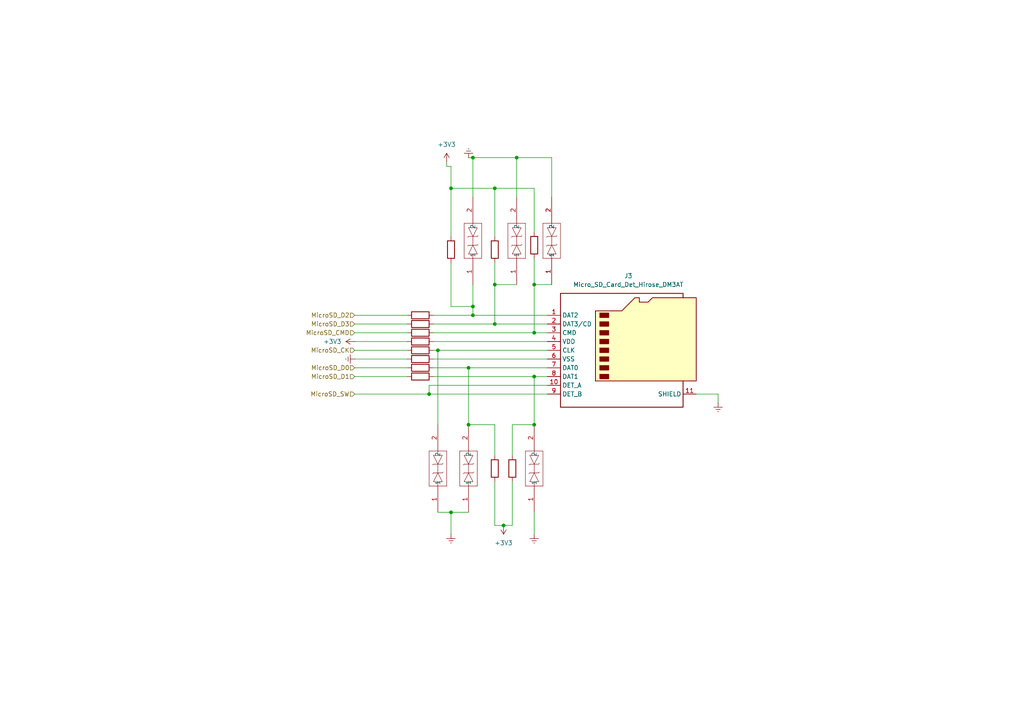
<source format=kicad_sch>
(kicad_sch (version 20250114) (generator "eeschema") (generator_version "9.0")
  (paper "A4")
  (lib_symbols
    (symbol "2025-11-16_12-15-03:SP0402B-ULC-01ETG" (pin_names (offset 0.254))
      (property "Reference" "CR" (at 12.7 7.62 0))
      (property "Value" "SP0402B-ULC-01ETG" (at 12.7 5.08 0))
      (symbol "SP0402B-ULC-01ETG_0_1"
        (polyline (pts (xy 7.62 2.54) (xy 7.62 -2.54)) (stroke (width 0.127)))
        (polyline (pts (xy 7.62 0) (xy 8.89 0)) (stroke (width 0.127)))
        (polyline (pts (xy 7.62 -2.54) (xy 17.78 -2.54)) (stroke (width 0.127)))
        (polyline (pts (xy 8.89 1.27) (xy 11.43 0)) (stroke (width 0.127)))
        (polyline (pts (xy 8.89 -1.27) (xy 8.89 1.27)) (stroke (width 0.127)))
        (polyline (pts (xy 11.43 1.27) (xy 11.176 1.524)) (stroke (width 0.127)))
        (polyline (pts (xy 11.43 1.27) (xy 11.43 -1.27)) (stroke (width 0.127)))
        (polyline (pts (xy 11.43 0) (xy 8.89 -1.27)) (stroke (width 0.127)))
        (polyline (pts (xy 11.43 -1.27) (xy 11.684 -1.524)) (stroke (width 0.127)))
        (polyline (pts (xy 13.97 1.27) (xy 13.716 1.524)) (stroke (width 0.127)))
        (polyline (pts (xy 13.97 0) (xy 11.43 0)) (stroke (width 0.127)))
        (polyline (pts (xy 13.97 0) (xy 16.51 1.27)) (stroke (width 0.127)))
        (polyline (pts (xy 13.97 -1.27) (xy 13.97 1.27)) (stroke (width 0.127)))
        (polyline (pts (xy 13.97 -1.27) (xy 14.224 -1.524)) (stroke (width 0.127)))
        (polyline (pts (xy 16.51 1.27) (xy 16.51 -1.27)) (stroke (width 0.127)))
        (polyline (pts (xy 16.51 0) (xy 17.78 0)) (stroke (width 0.127)))
        (polyline (pts (xy 16.51 -1.27) (xy 13.97 0)) (stroke (width 0.127)))
        (polyline (pts (xy 17.78 2.54) (xy 7.62 2.54)) (stroke (width 0.127)))
        (polyline (pts (xy 17.78 -2.54) (xy 17.78 2.54)) (stroke (width 0.127)))
        (pin unspecified line (at 0 0 0) (length 7.62) (name "1") (number "1"))
        (pin unspecified line (at 25.4 0 180) (length 7.62) (name "2") (number "2"))
      )
    )
    (symbol "Connector:Micro_SD_Card_Det_Hirose_DM3AT"
      (property "Reference" "J" (at -16.51 17.78 0))
      (property "Value" "Micro_SD_Card_Det_Hirose_DM3AT" (at 16.51 17.78 0))
      (symbol "Micro_SD_Card_Det_Hirose_DM3AT_0_1"
        (polyline (pts (xy -8.89 -8.89) (xy -8.89 11.43) (xy -1.27 11.43) (xy 2.54 15.24) (xy 3.81 15.24) (xy 3.81 13.97) (xy 6.35 13.97) (xy 7.62 15.24) (xy 20.32 15.24) (xy 20.32 -8.89) (xy -8.89 -8.89)) (stroke (width 0.254)) (fill (type background)))
        (rectangle (start -7.62 10.795) (end -5.08 9.525) (stroke (width 0.254)) (fill (type outline)))
        (rectangle (start -7.62 8.255) (end -5.08 6.985) (stroke (width 0.254)) (fill (type outline)))
        (rectangle (start -7.62 5.715) (end -5.08 4.445) (stroke (width 0.254)) (fill (type outline)))
        (rectangle (start -7.62 3.175) (end -5.08 1.905) (stroke (width 0.254)) (fill (type outline)))
        (rectangle (start -7.62 0.635) (end -5.08 -0.635) (stroke (width 0.254)) (fill (type outline)))
        (rectangle (start -7.62 -1.905) (end -5.08 -3.175) (stroke (width 0.254)) (fill (type outline)))
        (rectangle (start -7.62 -4.445) (end -5.08 -5.715) (stroke (width 0.254)) (fill (type outline)))
        (rectangle (start -7.62 -6.985) (end -5.08 -8.255) (stroke (width 0.254)) (fill (type outline)))
        (polyline (pts (xy 16.51 15.24) (xy 16.51 16.51) (xy -19.05 16.51) (xy -19.05 -16.51) (xy 16.51 -16.51) (xy 16.51 -8.89)) (stroke (width 0.254)))
      )
      (symbol "Micro_SD_Card_Det_Hirose_DM3AT_1_1"
        (pin bidirectional line (at -22.86 10.16 0) (length 3.81) (name "DAT2") (number "1"))
        (pin bidirectional line (at -22.86 7.62 0) (length 3.81) (name "DAT3/CD") (number "2"))
        (pin input line (at -22.86 5.08 0) (length 3.81) (name "CMD") (number "3"))
        (pin power_in line (at -22.86 2.54 0) (length 3.81) (name "VDD") (number "4"))
        (pin input line (at -22.86 0 0) (length 3.81) (name "CLK") (number "5"))
        (pin power_in line (at -22.86 -2.54 0) (length 3.81) (name "VSS") (number "6"))
        (pin bidirectional line (at -22.86 -5.08 0) (length 3.81) (name "DAT0") (number "7"))
        (pin bidirectional line (at -22.86 -7.62 0) (length 3.81) (name "DAT1") (number "8"))
        (pin passive line (at -22.86 -10.16 0) (length 3.81) (name "DET_A") (number "10"))
        (pin passive line (at -22.86 -12.7 0) (length 3.81) (name "DET_B") (number "9"))
        (pin passive line (at 20.32 -12.7 180) (length 3.81) (name "SHIELD") (number "11"))
      )
    )
    (symbol "Device:R" (pin_numbers (hide yes)) (pin_names (offset 0))
      (property "Reference" "R" (at 2.032 0 90))
      (property "Value" "R" (at 0 0 90))
      (symbol "R_0_1"
        (rectangle (start -1.016 -2.54) (end 1.016 2.54) (stroke (width 0.254)))
      )
      (symbol "R_1_1"
        (pin passive line (at 0 3.81 270) (length 1.27) (name "~") (number "1"))
        (pin passive line (at 0 -3.81 90) (length 1.27) (name "~") (number "2"))
      )
    )
    (symbol "power:+3V3" (power) (pin_numbers (hide yes)) (pin_names (offset 0) (hide yes))
      (property "Value" "+3V3" (at 0 3.556 0))
      (symbol "+3V3_0_1"
        (polyline (pts (xy -0.762 1.27) (xy 0 2.54)))
        (polyline (pts (xy 0 2.54) (xy 0.762 1.27)))
        (polyline (pts (xy 0 0) (xy 0 2.54)))
      )
      (symbol "+3V3_1_1"
        (pin power_in line (at 0 0 90) (length 0) (name "~") (number "1"))
      )
    )
    (symbol "power:Earth" (power) (pin_numbers (hide yes)) (pin_names (offset 0) (hide yes))
      (property "Value" "Earth" (at 0 -3.81 0))
      (symbol "Earth_0_1"
        (polyline (pts (xy -0.635 -1.905) (xy 0.635 -1.905)))
        (polyline (pts (xy -0.127 -2.54) (xy 0.127 -2.54)))
        (polyline (pts (xy 0 -1.27) (xy 0 0)))
        (polyline (pts (xy 1.27 -1.27) (xy -1.27 -1.27)))
      )
      (symbol "Earth_1_1"
        (pin power_in line (at 0 0 270) (length 0) (name "~") (number "1"))
      )
    )
  )
  (junction (at 143.51 82.55))
  (junction (at 137.16 45.72))
  (junction (at 130.81 54.61))
  (junction (at 146.05 152.4))
  (junction (at 137.16 88.9))
  (junction (at 143.51 54.61))
  (junction (at 135.89 106.68))
  (junction (at 143.51 93.98))
  (junction (at 127 101.6))
  (junction (at 154.94 82.55))
  (junction (at 135.89 123.19))
  (junction (at 137.16 91.44))
  (junction (at 154.94 109.22))
  (junction (at 149.86 45.72))
  (junction (at 130.81 148.59))
  (junction (at 124.46 114.3))
  (junction (at 154.94 96.52))
  (junction (at 154.94 123.19))
  (wire (pts (xy 127 148.59) (xy 130.81 148.59)))
  (wire (pts (xy 125.73 99.06) (xy 158.75 99.06)))
  (wire (pts (xy 137.16 88.9) (xy 137.16 91.44)))
  (wire (pts (xy 125.73 93.98) (xy 143.51 93.98)))
  (wire (pts (xy 143.51 54.61) (xy 130.81 54.61)))
  (wire (pts (xy 158.75 111.76) (xy 124.46 111.76)))
  (wire (pts (xy 137.16 45.72) (xy 135.89 45.72)))
  (wire (pts (xy 154.94 148.59) (xy 154.94 154.94)))
  (wire (pts (xy 154.94 74.93) (xy 154.94 82.55)))
  (wire (pts (xy 130.81 76.2) (xy 130.81 88.9)))
  (wire (pts (xy 143.51 76.2) (xy 143.51 82.55)))
  (wire (pts (xy 148.59 139.7) (xy 148.59 152.4)))
  (wire (pts (xy 143.51 68.58) (xy 143.51 54.61)))
  (wire (pts (xy 149.86 45.72) (xy 149.86 57.15)))
  (wire (pts (xy 130.81 148.59) (xy 135.89 148.59)))
  (wire (pts (xy 143.51 132.08) (xy 143.51 123.19)))
  (wire (pts (xy 130.81 88.9) (xy 137.16 88.9)))
  (wire (pts (xy 154.94 82.55) (xy 160.02 82.55)))
  (wire (pts (xy 102.87 96.52) (xy 118.11 96.52)))
  (wire (pts (xy 135.89 106.68) (xy 158.75 106.68)))
  (wire (pts (xy 102.87 114.3) (xy 124.46 114.3)))
  (wire (pts (xy 124.46 111.76) (xy 124.46 114.3)))
  (wire (pts (xy 102.87 109.22) (xy 118.11 109.22)))
  (wire (pts (xy 125.73 101.6) (xy 127 101.6)))
  (wire (pts (xy 137.16 57.15) (xy 137.16 45.72)))
  (wire (pts (xy 127 101.6) (xy 158.75 101.6)))
  (wire (pts (xy 154.94 96.52) (xy 158.75 96.52)))
  (wire (pts (xy 201.93 114.3) (xy 208.28 114.3)))
  (wire (pts (xy 208.28 114.3) (xy 208.28 116.84)))
  (wire (pts (xy 130.81 54.61) (xy 130.81 48.26)))
  (wire (pts (xy 125.73 106.68) (xy 135.89 106.68)))
  (wire (pts (xy 125.73 109.22) (xy 154.94 109.22)))
  (wire (pts (xy 129.54 48.26) (xy 129.54 46.99)))
  (wire (pts (xy 102.87 99.06) (xy 118.11 99.06)))
  (wire (pts (xy 154.94 67.31) (xy 154.94 54.61)))
  (wire (pts (xy 125.73 91.44) (xy 137.16 91.44)))
  (wire (pts (xy 154.94 82.55) (xy 154.94 96.52)))
  (wire (pts (xy 127 101.6) (xy 127 123.19)))
  (wire (pts (xy 137.16 91.44) (xy 158.75 91.44)))
  (wire (pts (xy 154.94 109.22) (xy 158.75 109.22)))
  (wire (pts (xy 124.46 114.3) (xy 158.75 114.3)))
  (wire (pts (xy 143.51 93.98) (xy 158.75 93.98)))
  (wire (pts (xy 125.73 96.52) (xy 154.94 96.52)))
  (wire (pts (xy 149.86 45.72) (xy 137.16 45.72)))
  (wire (pts (xy 154.94 54.61) (xy 143.51 54.61)))
  (wire (pts (xy 102.87 91.44) (xy 118.11 91.44)))
  (wire (pts (xy 135.89 106.68) (xy 135.89 123.19)))
  (wire (pts (xy 148.59 152.4) (xy 146.05 152.4)))
  (wire (pts (xy 154.94 123.19) (xy 154.94 109.22)))
  (wire (pts (xy 102.87 104.14) (xy 118.11 104.14)))
  (wire (pts (xy 102.87 106.68) (xy 118.11 106.68)))
  (wire (pts (xy 143.51 123.19) (xy 135.89 123.19)))
  (wire (pts (xy 149.86 82.55) (xy 143.51 82.55)))
  (wire (pts (xy 125.73 104.14) (xy 158.75 104.14)))
  (wire (pts (xy 130.81 148.59) (xy 130.81 154.94)))
  (wire (pts (xy 102.87 93.98) (xy 118.11 93.98)))
  (wire (pts (xy 130.81 48.26) (xy 129.54 48.26)))
  (wire (pts (xy 130.81 68.58) (xy 130.81 54.61)))
  (wire (pts (xy 143.51 139.7) (xy 143.51 152.4)))
  (wire (pts (xy 160.02 45.72) (xy 149.86 45.72)))
  (wire (pts (xy 148.59 132.08) (xy 148.59 123.19)))
  (wire (pts (xy 137.16 82.55) (xy 137.16 88.9)))
  (wire (pts (xy 143.51 82.55) (xy 143.51 93.98)))
  (wire (pts (xy 148.59 123.19) (xy 154.94 123.19)))
  (wire (pts (xy 160.02 57.15) (xy 160.02 45.72)))
  (wire (pts (xy 102.87 101.6) (xy 118.11 101.6)))
  (wire (pts (xy 143.51 152.4) (xy 146.05 152.4)))
  (hierarchical_label "MicroSD_D3" (shape input) (at 102.87 93.98 180))
  (hierarchical_label "MicroSD_CMD" (shape input) (at 102.87 96.52 180))
  (hierarchical_label "MicroSD_D1" (shape input) (at 102.87 109.22 180))
  (hierarchical_label "MicroSD_D2" (shape input) (at 102.87 91.44 180))
  (hierarchical_label "MicroSD_CK" (shape input) (at 102.87 101.6 180))
  (hierarchical_label "MicroSD_SW" (shape input) (at 102.87 114.3 180))
  (hierarchical_label "MicroSD_D0" (shape input) (at 102.87 106.68 180))
  (symbol (lib_id "Device:R") (at 121.92 104.14 90) (unit 1)
    (property "Reference" "R25" (effects (hide yes)))
    (property "Value" "R" (effects (hide yes)))
    (property "Footprint" "Resistor_SMD:R_0201_0603Metric" (effects (hide yes)))
    (property "Description" "Resistor" (effects (hide yes)))
  )
  (symbol (lib_id "2025-11-16_12-15-03:SP0402B-ULC-01ETG") (at 127 148.59 90) (unit 1)
    (property "Reference" "CR11" (effects (hide yes)))
    (property "Value" "SP0402B-ULC-01ETG" (effects (hide yes)))
    (property "Footprint" "SP0402_LTF" (effects (hide yes)))
    (property "Datasheet" "SP0402B-ULC-01ETG" (effects (hide yes)))
  )
  (symbol (lib_id "power:Earth") (at 154.94 154.94 0) (unit 1)
    (property "Reference" "#PWR073" (effects (hide yes)))
    (property "Value" "Earth" (effects (hide yes)))
    (property "Description" "Power symbol creates a global label with name \"Earth\"" (effects (hide yes)))
  )
  (symbol (lib_id "power:+3V3") (at 146.05 152.4 180) (unit 1)
    (property "Reference" "#PWR071" (effects (hide yes)))
    (property "Value" "+3V3" (at 146.05 157.48 0))
    (property "Description" "Power symbol creates a global label with name \"+3V3\"" (effects (hide yes)))
  )
  (symbol (lib_id "Device:R") (at 154.94 71.12 180) (unit 1)
    (property "Reference" "R30" (effects (hide yes)))
    (property "Value" "R" (effects (hide yes)))
    (property "Footprint" "Resistor_SMD:R_0201_0603Metric" (effects (hide yes)))
    (property "Description" "Resistor" (effects (hide yes)))
  )
  (symbol (lib_id "power:+3V3") (at 102.87 99.06 90) (unit 1)
    (property "Reference" "#PWR066" (effects (hide yes)))
    (property "Value" "+3V3" (at 99.06 99.0599 90) (effects (justify left)))
    (property "Description" "Power symbol creates a global label with name \"+3V3\"" (effects (hide yes)))
  )
  (symbol (lib_id "Device:R") (at 121.92 96.52 90) (unit 1)
    (property "Reference" "R22" (effects (hide yes)))
    (property "Value" "R" (effects (hide yes)))
    (property "Footprint" "Resistor_SMD:R_0201_0603Metric" (effects (hide yes)))
    (property "Description" "Resistor" (effects (hide yes)))
  )
  (symbol (lib_id "Device:R") (at 121.92 93.98 90) (unit 1)
    (property "Reference" "R21" (effects (hide yes)))
    (property "Value" "R" (effects (hide yes)))
    (property "Footprint" "Resistor_SMD:R_0201_0603Metric" (effects (hide yes)))
    (property "Description" "Resistor" (effects (hide yes)))
  )
  (symbol (lib_id "Device:R") (at 143.51 135.89 180) (unit 1)
    (property "Reference" "R31" (effects (hide yes)))
    (property "Value" "R" (effects (hide yes)))
    (property "Footprint" "Resistor_SMD:R_0201_0603Metric" (effects (hide yes)))
    (property "Description" "Resistor" (effects (hide yes)))
  )
  (symbol (lib_id "Device:R") (at 121.92 109.22 90) (unit 1)
    (property "Reference" "R27" (effects (hide yes)))
    (property "Value" "R" (effects (hide yes)))
    (property "Footprint" "Resistor_SMD:R_0201_0603Metric" (effects (hide yes)))
    (property "Description" "Resistor" (effects (hide yes)))
  )
  (symbol (lib_id "power:Earth") (at 130.81 154.94 0) (unit 1)
    (property "Reference" "#PWR072" (effects (hide yes)))
    (property "Value" "Earth" (effects (hide yes)))
    (property "Description" "Power symbol creates a global label with name \"Earth\"" (effects (hide yes)))
  )
  (symbol (lib_id "power:Earth") (at 208.28 116.84 0) (unit 1)
    (property "Reference" "#PWR070" (effects (hide yes)))
    (property "Value" "Earth" (effects (hide yes)))
    (property "Description" "Power symbol creates a global label with name \"Earth\"" (effects (hide yes)))
  )
  (symbol (lib_id "2025-11-16_12-15-03:SP0402B-ULC-01ETG") (at 154.94 148.59 90) (unit 1)
    (property "Reference" "CR13" (effects (hide yes)))
    (property "Value" "SP0402B-ULC-01ETG" (effects (hide yes)))
    (property "Footprint" "SP0402_LTF" (effects (hide yes)))
    (property "Datasheet" "SP0402B-ULC-01ETG" (effects (hide yes)))
  )
  (symbol (lib_id "2025-11-16_12-15-03:SP0402B-ULC-01ETG") (at 135.89 148.59 90) (unit 1)
    (property "Reference" "CR12" (effects (hide yes)))
    (property "Value" "SP0402B-ULC-01ETG" (effects (hide yes)))
    (property "Footprint" "SP0402_LTF" (effects (hide yes)))
    (property "Datasheet" "SP0402B-ULC-01ETG" (effects (hide yes)))
  )
  (symbol (lib_id "Connector:Micro_SD_Card_Det_Hirose_DM3AT") (at 181.61 101.6 0) (unit 1)
    (property "Reference" "J3" (at 182.245 80.01 0))
    (property "Value" "Micro_SD_Card_Det_Hirose_DM3AT" (at 182.245 82.55 0))
    (property "Footprint" "Connector_Card:microSD_HC_Hirose_DM3AT-SF-PEJM5" (effects (hide yes)))
    (property "Datasheet" "https://www.hirose.com/product/en/download_file/key_name/DM3/category/Catalog/doc_file_id/49662/?file_category_id=4&item_id=195&is_series=1" (effects (hide yes)))
    (property "Description" "Micro SD Card Socket with card detection pins" (effects (hide yes)))
  )
  (symbol (lib_id "Device:R") (at 121.92 99.06 90) (unit 1)
    (property "Reference" "R23" (effects (hide yes)))
    (property "Value" "R" (effects (hide yes)))
    (property "Footprint" "Resistor_SMD:R_0201_0603Metric" (effects (hide yes)))
    (property "Description" "Resistor" (effects (hide yes)))
  )
  (symbol (lib_id "2025-11-16_12-15-03:SP0402B-ULC-01ETG") (at 137.16 82.55 90) (unit 1)
    (property "Reference" "CR8" (effects (hide yes)))
    (property "Value" "SP0402B-ULC-01ETG" (effects (hide yes)))
    (property "Footprint" "SP0402_LTF" (effects (hide yes)))
    (property "Datasheet" "SP0402B-ULC-01ETG" (effects (hide yes)))
  )
  (symbol (lib_id "2025-11-16_12-15-03:SP0402B-ULC-01ETG") (at 160.02 82.55 90) (unit 1)
    (property "Reference" "CR10" (effects (hide yes)))
    (property "Value" "SP0402B-ULC-01ETG" (effects (hide yes)))
    (property "Footprint" "SP0402_LTF" (effects (hide yes)))
    (property "Datasheet" "SP0402B-ULC-01ETG" (effects (hide yes)))
  )
  (symbol (lib_id "2025-11-16_12-15-03:SP0402B-ULC-01ETG") (at 149.86 82.55 90) (unit 1)
    (property "Reference" "CR9" (effects (hide yes)))
    (property "Value" "SP0402B-ULC-01ETG" (effects (hide yes)))
    (property "Footprint" "SP0402_LTF" (effects (hide yes)))
    (property "Datasheet" "SP0402B-ULC-01ETG" (effects (hide yes)))
  )
  (symbol (lib_id "power:Earth") (at 102.87 104.14 270) (unit 1)
    (property "Reference" "#PWR067" (effects (hide yes)))
    (property "Value" "Earth" (effects (hide yes)))
    (property "Description" "Power symbol creates a global label with name \"Earth\"" (effects (hide yes)))
  )
  (symbol (lib_id "power:+3V3") (at 129.54 46.99 0) (unit 1)
    (property "Reference" "#PWR068" (effects (hide yes)))
    (property "Value" "+3V3" (at 129.54 41.91 0))
    (property "Description" "Power symbol creates a global label with name \"+3V3\"" (effects (hide yes)))
  )
  (symbol (lib_id "power:Earth") (at 135.89 45.72 180) (unit 1)
    (property "Reference" "#PWR069" (effects (hide yes)))
    (property "Value" "Earth" (effects (hide yes)))
    (property "Description" "Power symbol creates a global label with name \"Earth\"" (effects (hide yes)))
  )
  (symbol (lib_id "Device:R") (at 130.81 72.39 180) (unit 1)
    (property "Reference" "R28" (effects (hide yes)))
    (property "Value" "R" (effects (hide yes)))
    (property "Footprint" "Resistor_SMD:R_0201_0603Metric" (effects (hide yes)))
    (property "Description" "Resistor" (effects (hide yes)))
  )
  (symbol (lib_id "Device:R") (at 143.51 72.39 180) (unit 1)
    (property "Reference" "R29" (effects (hide yes)))
    (property "Value" "R" (effects (hide yes)))
    (property "Footprint" "Resistor_SMD:R_0201_0603Metric" (effects (hide yes)))
    (property "Description" "Resistor" (effects (hide yes)))
  )
  (symbol (lib_id "Device:R") (at 121.92 106.68 90) (unit 1)
    (property "Reference" "R26" (effects (hide yes)))
    (property "Value" "R" (effects (hide yes)))
    (property "Footprint" "Resistor_SMD:R_0201_0603Metric" (effects (hide yes)))
    (property "Description" "Resistor" (effects (hide yes)))
  )
  (symbol (lib_id "Device:R") (at 121.92 91.44 90) (unit 1)
    (property "Reference" "R20" (effects (hide yes)))
    (property "Value" "R" (effects (hide yes)))
    (property "Footprint" "Resistor_SMD:R_0201_0603Metric" (effects (hide yes)))
    (property "Description" "Resistor" (effects (hide yes)))
  )
  (symbol (lib_id "Device:R") (at 121.92 101.6 90) (unit 1)
    (property "Reference" "R24" (effects (hide yes)))
    (property "Value" "R" (effects (hide yes)))
    (property "Footprint" "Resistor_SMD:R_0201_0603Metric" (effects (hide yes)))
    (property "Description" "Resistor" (effects (hide yes)))
  )
  (symbol (lib_id "Device:R") (at 148.59 135.89 180) (unit 1)
    (property "Reference" "R32" (effects (hide yes)))
    (property "Value" "R" (effects (hide yes)))
    (property "Footprint" "Resistor_SMD:R_0201_0603Metric" (effects (hide yes)))
    (property "Description" "Resistor" (effects (hide yes)))
  )
)
</source>
